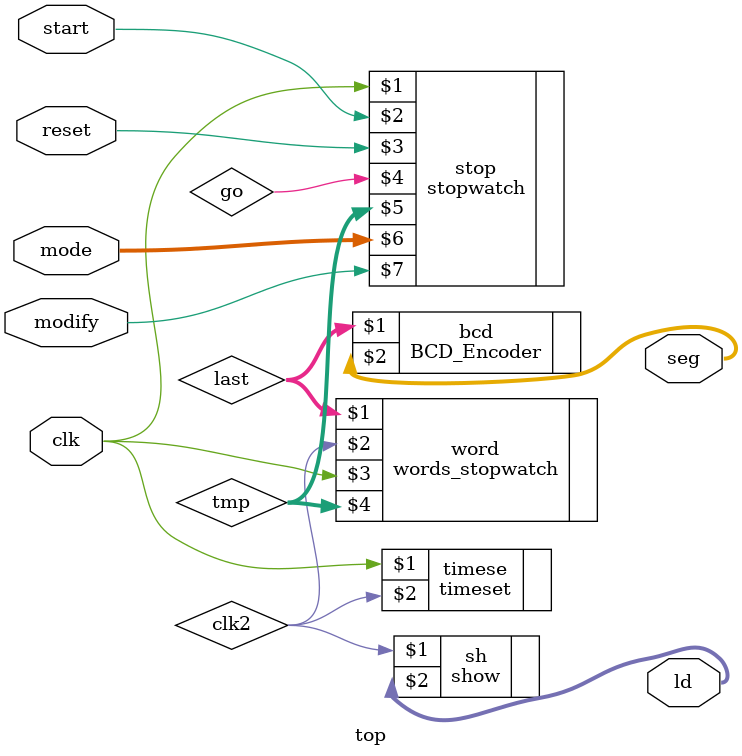
<source format=v>
`timescale 1ns / 1ps

module top(clk,start,reset,seg,ld,mode,modify);

    input clk,reset,start,modify;
    input [3:0]mode;
    output [7:0]seg,ld;
   

    wire clk2;
    wire [3:0]last;
    wire [31:0]tmp;
    
    
    timeset timese(clk,clk2);
    show sh(clk2,ld);
    stopwatch stop(clk,start,reset,go,tmp,mode,modify);
    words_stopwatch word(last,clk2,clk,tmp);
    BCD_Encoder bcd(last,seg);
    
    
    
endmodule

</source>
